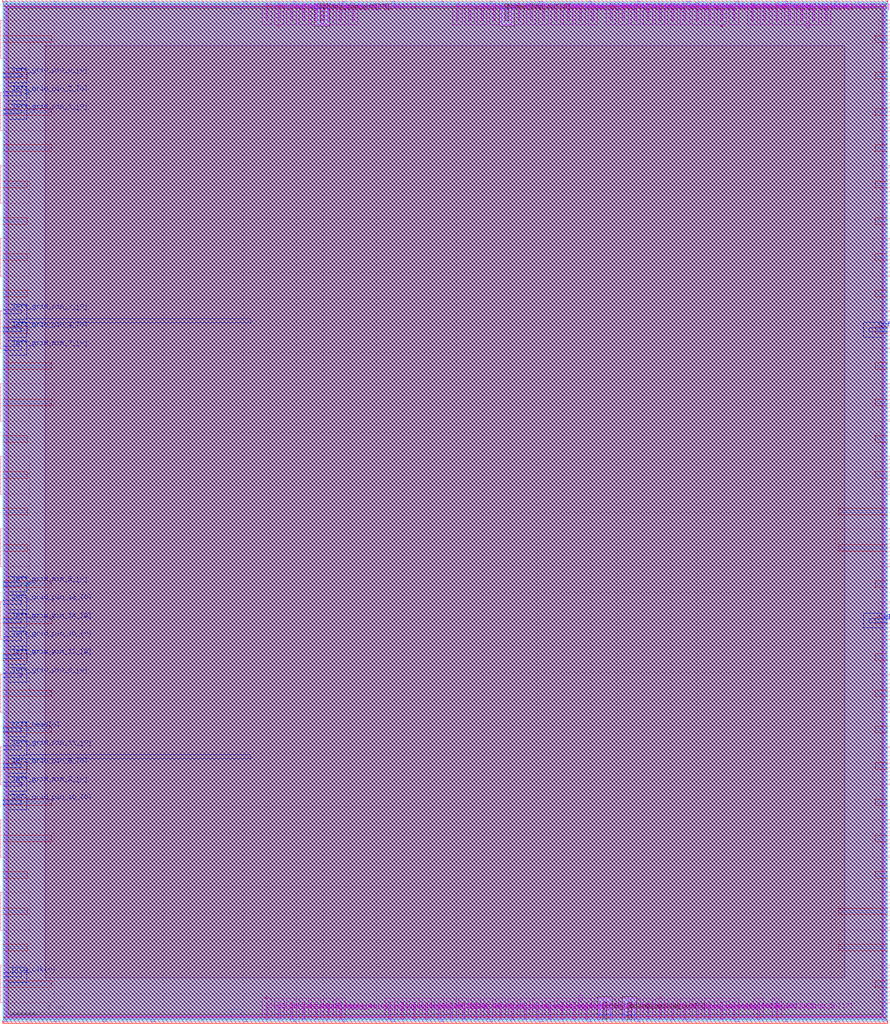
<source format=lef>
VERSION 5.7 ;
BUSBITCHARS "[]" ;

UNITS
  DATABASE MICRONS 1000 ;
END UNITS

MANUFACTURINGGRID 0.005 ;

LAYER nwell
  TYPE MASTERSLICE ;
END nwell

LAYER pwell
  TYPE MASTERSLICE ;
END pwell

LAYER fieldpoly
  TYPE MASTERSLICE ;
END fieldpoly

LAYER li1
  TYPE ROUTING ;
  DIRECTION VERTICAL ;
  PITCH 0.46 ;
  WIDTH 0.17 ;
END li1

LAYER mcon
  TYPE CUT ;
END mcon

LAYER met1
  TYPE ROUTING ;
  DIRECTION HORIZONTAL ;
  PITCH 0.34 ;
  WIDTH 0.14 ;
END met1

LAYER via
  TYPE CUT ;
END via

LAYER met2
  TYPE ROUTING ;
  DIRECTION VERTICAL ;
  PITCH 0.46 ;
  WIDTH 0.14 ;
END met2

LAYER via2
  TYPE CUT ;
END via2

LAYER met3
  TYPE ROUTING ;
  DIRECTION HORIZONTAL ;
  PITCH 0.68 ;
  WIDTH 0.3 ;
END met3

LAYER via3
  TYPE CUT ;
END via3

LAYER met4
  TYPE ROUTING ;
  DIRECTION VERTICAL ;
  PITCH 0.92 ;
  WIDTH 0.3 ;
END met4

LAYER via4
  TYPE CUT ;
END via4

LAYER met5
  TYPE ROUTING ;
  DIRECTION HORIZONTAL ;
  PITCH 3.4 ;
  WIDTH 1.6 ;
END met5

LAYER diff
  TYPE MASTERSLICE ;
END diff

LAYER licon1
  TYPE MASTERSLICE ;
END licon1

LAYER OVERLAP
  TYPE OVERLAP ;
END OVERLAP

VIA L1M1_PR
  LAYER li1 ;
    RECT -0.085 -0.085 0.085 0.085 ;
  LAYER mcon ;
    RECT -0.085 -0.085 0.085 0.085 ;
  LAYER met1 ;
    RECT -0.145 -0.115 0.145 0.115 ;
END L1M1_PR

VIA L1M1_PR_R
  LAYER li1 ;
    RECT -0.085 -0.085 0.085 0.085 ;
  LAYER mcon ;
    RECT -0.085 -0.085 0.085 0.085 ;
  LAYER met1 ;
    RECT -0.115 -0.145 0.115 0.145 ;
END L1M1_PR_R

VIA L1M1_PR_M
  LAYER li1 ;
    RECT -0.085 -0.085 0.085 0.085 ;
  LAYER mcon ;
    RECT -0.085 -0.085 0.085 0.085 ;
  LAYER met1 ;
    RECT -0.115 -0.145 0.115 0.145 ;
END L1M1_PR_M

VIA L1M1_PR_MR
  LAYER li1 ;
    RECT -0.085 -0.085 0.085 0.085 ;
  LAYER mcon ;
    RECT -0.085 -0.085 0.085 0.085 ;
  LAYER met1 ;
    RECT -0.145 -0.115 0.145 0.115 ;
END L1M1_PR_MR

VIA L1M1_PR_C
  LAYER li1 ;
    RECT -0.085 -0.085 0.085 0.085 ;
  LAYER mcon ;
    RECT -0.085 -0.085 0.085 0.085 ;
  LAYER met1 ;
    RECT -0.145 -0.145 0.145 0.145 ;
END L1M1_PR_C

VIA M1M2_PR
  LAYER met1 ;
    RECT -0.16 -0.13 0.16 0.13 ;
  LAYER via ;
    RECT -0.075 -0.075 0.075 0.075 ;
  LAYER met2 ;
    RECT -0.13 -0.16 0.13 0.16 ;
END M1M2_PR

VIA M1M2_PR_Enc
  LAYER met1 ;
    RECT -0.16 -0.13 0.16 0.13 ;
  LAYER via ;
    RECT -0.075 -0.075 0.075 0.075 ;
  LAYER met2 ;
    RECT -0.16 -0.13 0.16 0.13 ;
END M1M2_PR_Enc

VIA M1M2_PR_R
  LAYER met1 ;
    RECT -0.13 -0.16 0.13 0.16 ;
  LAYER via ;
    RECT -0.075 -0.075 0.075 0.075 ;
  LAYER met2 ;
    RECT -0.16 -0.13 0.16 0.13 ;
END M1M2_PR_R

VIA M1M2_PR_R_Enc
  LAYER met1 ;
    RECT -0.13 -0.16 0.13 0.16 ;
  LAYER via ;
    RECT -0.075 -0.075 0.075 0.075 ;
  LAYER met2 ;
    RECT -0.13 -0.16 0.13 0.16 ;
END M1M2_PR_R_Enc

VIA M1M2_PR_M
  LAYER met1 ;
    RECT -0.16 -0.13 0.16 0.13 ;
  LAYER via ;
    RECT -0.075 -0.075 0.075 0.075 ;
  LAYER met2 ;
    RECT -0.16 -0.13 0.16 0.13 ;
END M1M2_PR_M

VIA M1M2_PR_M_Enc
  LAYER met1 ;
    RECT -0.16 -0.13 0.16 0.13 ;
  LAYER via ;
    RECT -0.075 -0.075 0.075 0.075 ;
  LAYER met2 ;
    RECT -0.13 -0.16 0.13 0.16 ;
END M1M2_PR_M_Enc

VIA M1M2_PR_MR
  LAYER met1 ;
    RECT -0.13 -0.16 0.13 0.16 ;
  LAYER via ;
    RECT -0.075 -0.075 0.075 0.075 ;
  LAYER met2 ;
    RECT -0.13 -0.16 0.13 0.16 ;
END M1M2_PR_MR

VIA M1M2_PR_MR_Enc
  LAYER met1 ;
    RECT -0.13 -0.16 0.13 0.16 ;
  LAYER via ;
    RECT -0.075 -0.075 0.075 0.075 ;
  LAYER met2 ;
    RECT -0.16 -0.13 0.16 0.13 ;
END M1M2_PR_MR_Enc

VIA M1M2_PR_C
  LAYER met1 ;
    RECT -0.16 -0.16 0.16 0.16 ;
  LAYER via ;
    RECT -0.075 -0.075 0.075 0.075 ;
  LAYER met2 ;
    RECT -0.16 -0.16 0.16 0.16 ;
END M1M2_PR_C

VIA M2M3_PR
  LAYER met2 ;
    RECT -0.14 -0.185 0.14 0.185 ;
  LAYER via2 ;
    RECT -0.1 -0.1 0.1 0.1 ;
  LAYER met3 ;
    RECT -0.165 -0.165 0.165 0.165 ;
END M2M3_PR

VIA M2M3_PR_R
  LAYER met2 ;
    RECT -0.185 -0.14 0.185 0.14 ;
  LAYER via2 ;
    RECT -0.1 -0.1 0.1 0.1 ;
  LAYER met3 ;
    RECT -0.165 -0.165 0.165 0.165 ;
END M2M3_PR_R

VIA M2M3_PR_M
  LAYER met2 ;
    RECT -0.14 -0.185 0.14 0.185 ;
  LAYER via2 ;
    RECT -0.1 -0.1 0.1 0.1 ;
  LAYER met3 ;
    RECT -0.165 -0.165 0.165 0.165 ;
END M2M3_PR_M

VIA M2M3_PR_MR
  LAYER met2 ;
    RECT -0.185 -0.14 0.185 0.14 ;
  LAYER via2 ;
    RECT -0.1 -0.1 0.1 0.1 ;
  LAYER met3 ;
    RECT -0.165 -0.165 0.165 0.165 ;
END M2M3_PR_MR

VIA M2M3_PR_C
  LAYER met2 ;
    RECT -0.185 -0.185 0.185 0.185 ;
  LAYER via2 ;
    RECT -0.1 -0.1 0.1 0.1 ;
  LAYER met3 ;
    RECT -0.165 -0.165 0.165 0.165 ;
END M2M3_PR_C

VIA M3M4_PR
  LAYER met3 ;
    RECT -0.19 -0.16 0.19 0.16 ;
  LAYER via3 ;
    RECT -0.1 -0.1 0.1 0.1 ;
  LAYER met4 ;
    RECT -0.165 -0.165 0.165 0.165 ;
END M3M4_PR

VIA M3M4_PR_R
  LAYER met3 ;
    RECT -0.16 -0.19 0.16 0.19 ;
  LAYER via3 ;
    RECT -0.1 -0.1 0.1 0.1 ;
  LAYER met4 ;
    RECT -0.165 -0.165 0.165 0.165 ;
END M3M4_PR_R

VIA M3M4_PR_M
  LAYER met3 ;
    RECT -0.19 -0.16 0.19 0.16 ;
  LAYER via3 ;
    RECT -0.1 -0.1 0.1 0.1 ;
  LAYER met4 ;
    RECT -0.165 -0.165 0.165 0.165 ;
END M3M4_PR_M

VIA M3M4_PR_MR
  LAYER met3 ;
    RECT -0.16 -0.19 0.16 0.19 ;
  LAYER via3 ;
    RECT -0.1 -0.1 0.1 0.1 ;
  LAYER met4 ;
    RECT -0.165 -0.165 0.165 0.165 ;
END M3M4_PR_MR

VIA M3M4_PR_C
  LAYER met3 ;
    RECT -0.19 -0.19 0.19 0.19 ;
  LAYER via3 ;
    RECT -0.1 -0.1 0.1 0.1 ;
  LAYER met4 ;
    RECT -0.165 -0.165 0.165 0.165 ;
END M3M4_PR_C

VIA M4M5_PR
  LAYER met4 ;
    RECT -0.59 -0.59 0.59 0.59 ;
  LAYER via4 ;
    RECT -0.4 -0.4 0.4 0.4 ;
  LAYER met5 ;
    RECT -0.71 -0.71 0.71 0.71 ;
END M4M5_PR

VIA M4M5_PR_R
  LAYER met4 ;
    RECT -0.59 -0.59 0.59 0.59 ;
  LAYER via4 ;
    RECT -0.4 -0.4 0.4 0.4 ;
  LAYER met5 ;
    RECT -0.71 -0.71 0.71 0.71 ;
END M4M5_PR_R

VIA M4M5_PR_M
  LAYER met4 ;
    RECT -0.59 -0.59 0.59 0.59 ;
  LAYER via4 ;
    RECT -0.4 -0.4 0.4 0.4 ;
  LAYER met5 ;
    RECT -0.71 -0.71 0.71 0.71 ;
END M4M5_PR_M

VIA M4M5_PR_MR
  LAYER met4 ;
    RECT -0.59 -0.59 0.59 0.59 ;
  LAYER via4 ;
    RECT -0.4 -0.4 0.4 0.4 ;
  LAYER met5 ;
    RECT -0.71 -0.71 0.71 0.71 ;
END M4M5_PR_MR

VIA M4M5_PR_C
  LAYER met4 ;
    RECT -0.59 -0.59 0.59 0.59 ;
  LAYER via4 ;
    RECT -0.4 -0.4 0.4 0.4 ;
  LAYER met5 ;
    RECT -0.71 -0.71 0.71 0.71 ;
END M4M5_PR_C

SITE unit
  CLASS CORE ;
  SYMMETRY Y ;
  SIZE 0.46 BY 2.72 ;
END unit

SITE unithddbl
  CLASS CORE ;
  SIZE 0.46 BY 5.44 ;
END unithddbl

MACRO cby_1__1_
  CLASS BLOCK ;
  ORIGIN 0 0 ;
  SIZE 66.24 BY 76.16 ;
  SYMMETRY X Y ;
  PIN prog_clk[0]
    DIRECTION INPUT ;
    USE CLOCK ;
    PORT
      LAYER met3 ;
        RECT 0 3.25 1.38 3.55 ;
    END
  END prog_clk[0]
  PIN chany_bottom_in[0]
    DIRECTION INPUT ;
    USE SIGNAL ;
    PORT
      LAYER met2 ;
        RECT 21.55 0 21.69 1.36 ;
    END
  END chany_bottom_in[0]
  PIN chany_bottom_in[1]
    DIRECTION INPUT ;
    USE SIGNAL ;
    PORT
      LAYER met2 ;
        RECT 20.63 0 20.77 1.36 ;
    END
  END chany_bottom_in[1]
  PIN chany_bottom_in[2]
    DIRECTION INPUT ;
    USE SIGNAL ;
    PORT
      LAYER met2 ;
        RECT 23.39 0 23.53 1.36 ;
    END
  END chany_bottom_in[2]
  PIN chany_bottom_in[3]
    DIRECTION INPUT ;
    USE SIGNAL ;
    PORT
      LAYER met2 ;
        RECT 30.75 0 30.89 1.36 ;
    END
  END chany_bottom_in[3]
  PIN chany_bottom_in[4]
    DIRECTION INPUT ;
    USE SIGNAL ;
    PORT
      LAYER met2 ;
        RECT 44.55 0 44.69 1.36 ;
    END
  END chany_bottom_in[4]
  PIN chany_bottom_in[5]
    DIRECTION INPUT ;
    USE SIGNAL ;
    PORT
      LAYER met2 ;
        RECT 50.99 0 51.13 1.36 ;
    END
  END chany_bottom_in[5]
  PIN chany_bottom_in[6]
    DIRECTION INPUT ;
    USE SIGNAL ;
    PORT
      LAYER met2 ;
        RECT 52.83 0 52.97 1.36 ;
    END
  END chany_bottom_in[6]
  PIN chany_bottom_in[7]
    DIRECTION INPUT ;
    USE SIGNAL ;
    PORT
      LAYER met2 ;
        RECT 29.83 0 29.97 1.36 ;
    END
  END chany_bottom_in[7]
  PIN chany_bottom_in[8]
    DIRECTION INPUT ;
    USE SIGNAL ;
    PORT
      LAYER met2 ;
        RECT 22.47 0 22.61 1.36 ;
    END
  END chany_bottom_in[8]
  PIN chany_bottom_in[9]
    DIRECTION INPUT ;
    USE SIGNAL ;
    PORT
      LAYER met2 ;
        RECT 38.11 0 38.25 1.36 ;
    END
  END chany_bottom_in[9]
  PIN chany_bottom_in[10]
    DIRECTION INPUT ;
    USE SIGNAL ;
    PORT
      LAYER met2 ;
        RECT 34.43 0 34.57 1.36 ;
    END
  END chany_bottom_in[10]
  PIN chany_bottom_in[11]
    DIRECTION INPUT ;
    USE SIGNAL ;
    PORT
      LAYER met2 ;
        RECT 36.27 0 36.41 1.36 ;
    END
  END chany_bottom_in[11]
  PIN chany_bottom_in[12]
    DIRECTION INPUT ;
    USE SIGNAL ;
    PORT
      LAYER met2 ;
        RECT 40.87 0 41.01 1.36 ;
    END
  END chany_bottom_in[12]
  PIN chany_bottom_in[13]
    DIRECTION INPUT ;
    USE SIGNAL ;
    PORT
      LAYER met2 ;
        RECT 56.51 0 56.65 1.36 ;
    END
  END chany_bottom_in[13]
  PIN chany_bottom_in[14]
    DIRECTION INPUT ;
    USE SIGNAL ;
    PORT
      LAYER met2 ;
        RECT 37.19 0 37.33 1.36 ;
    END
  END chany_bottom_in[14]
  PIN chany_bottom_in[15]
    DIRECTION INPUT ;
    USE SIGNAL ;
    PORT
      LAYER met2 ;
        RECT 19.71 0 19.85 1.36 ;
    END
  END chany_bottom_in[15]
  PIN chany_bottom_in[16]
    DIRECTION INPUT ;
    USE SIGNAL ;
    PORT
      LAYER met2 ;
        RECT 48.23 0 48.37 1.36 ;
    END
  END chany_bottom_in[16]
  PIN chany_bottom_in[17]
    DIRECTION INPUT ;
    USE SIGNAL ;
    PORT
      LAYER met2 ;
        RECT 57.89 0 58.03 1.36 ;
    END
  END chany_bottom_in[17]
  PIN chany_bottom_in[18]
    DIRECTION INPUT ;
    USE SIGNAL ;
    PORT
      LAYER met2 ;
        RECT 35.35 0 35.49 1.36 ;
    END
  END chany_bottom_in[18]
  PIN chany_bottom_in[19]
    DIRECTION INPUT ;
    USE SIGNAL ;
    PORT
      LAYER met2 ;
        RECT 25.23 0 25.37 1.36 ;
    END
  END chany_bottom_in[19]
  PIN chany_top_in[0]
    DIRECTION INPUT ;
    USE SIGNAL ;
    PORT
      LAYER met2 ;
        RECT 21.55 74.8 21.69 76.16 ;
    END
  END chany_top_in[0]
  PIN chany_top_in[1]
    DIRECTION INPUT ;
    USE SIGNAL ;
    PORT
      LAYER met2 ;
        RECT 19.71 74.8 19.85 76.16 ;
    END
  END chany_top_in[1]
  PIN chany_top_in[2]
    DIRECTION INPUT ;
    USE SIGNAL ;
    PORT
      LAYER met2 ;
        RECT 24.31 74.8 24.45 76.16 ;
    END
  END chany_top_in[2]
  PIN chany_top_in[3]
    DIRECTION INPUT ;
    USE SIGNAL ;
    PORT
      LAYER met2 ;
        RECT 35.81 74.8 35.95 76.16 ;
    END
  END chany_top_in[3]
  PIN chany_top_in[4]
    DIRECTION INPUT ;
    USE SIGNAL ;
    PORT
      LAYER met2 ;
        RECT 49.15 74.8 49.29 76.16 ;
    END
  END chany_top_in[4]
  PIN chany_top_in[5]
    DIRECTION INPUT ;
    USE SIGNAL ;
    PORT
      LAYER met2 ;
        RECT 46.39 74.8 46.53 76.16 ;
    END
  END chany_top_in[5]
  PIN chany_top_in[6]
    DIRECTION INPUT ;
    USE SIGNAL ;
    PORT
      LAYER met2 ;
        RECT 48.23 74.8 48.37 76.16 ;
    END
  END chany_top_in[6]
  PIN chany_top_in[7]
    DIRECTION INPUT ;
    USE SIGNAL ;
    PORT
      LAYER met2 ;
        RECT 20.63 74.8 20.77 76.16 ;
    END
  END chany_top_in[7]
  PIN chany_top_in[8]
    DIRECTION INPUT ;
    USE SIGNAL ;
    PORT
      LAYER met2 ;
        RECT 56.05 74.8 56.19 76.16 ;
    END
  END chany_top_in[8]
  PIN chany_top_in[9]
    DIRECTION INPUT ;
    USE SIGNAL ;
    PORT
      LAYER met2 ;
        RECT 25.23 74.8 25.37 76.16 ;
    END
  END chany_top_in[9]
  PIN chany_top_in[10]
    DIRECTION INPUT ;
    USE SIGNAL ;
    PORT
      LAYER met2 ;
        RECT 59.73 74.8 59.87 76.16 ;
    END
  END chany_top_in[10]
  PIN chany_top_in[11]
    DIRECTION INPUT ;
    USE SIGNAL ;
    PORT
      LAYER met2 ;
        RECT 41.33 74.8 41.47 76.16 ;
    END
  END chany_top_in[11]
  PIN chany_top_in[12]
    DIRECTION INPUT ;
    USE SIGNAL ;
    PORT
      LAYER met2 ;
        RECT 56.97 74.8 57.11 76.16 ;
    END
  END chany_top_in[12]
  PIN chany_top_in[13]
    DIRECTION INPUT ;
    USE SIGNAL ;
    PORT
      LAYER met2 ;
        RECT 61.57 74.8 61.71 76.16 ;
    END
  END chany_top_in[13]
  PIN chany_top_in[14]
    DIRECTION INPUT ;
    USE SIGNAL ;
    PORT
      LAYER met2 ;
        RECT 50.07 74.8 50.21 76.16 ;
    END
  END chany_top_in[14]
  PIN chany_top_in[15]
    DIRECTION INPUT ;
    USE SIGNAL ;
    PORT
      LAYER met2 ;
        RECT 23.39 74.8 23.53 76.16 ;
    END
  END chany_top_in[15]
  PIN chany_top_in[16]
    DIRECTION INPUT ;
    USE SIGNAL ;
    PORT
      LAYER met2 ;
        RECT 58.81 74.8 58.95 76.16 ;
    END
  END chany_top_in[16]
  PIN chany_top_in[17]
    DIRECTION INPUT ;
    USE SIGNAL ;
    PORT
      LAYER met2 ;
        RECT 60.65 74.8 60.79 76.16 ;
    END
  END chany_top_in[17]
  PIN chany_top_in[18]
    DIRECTION INPUT ;
    USE SIGNAL ;
    PORT
      LAYER met2 ;
        RECT 38.57 74.8 38.71 76.16 ;
    END
  END chany_top_in[18]
  PIN chany_top_in[19]
    DIRECTION INPUT ;
    USE SIGNAL ;
    PORT
      LAYER met2 ;
        RECT 22.47 74.8 22.61 76.16 ;
    END
  END chany_top_in[19]
  PIN ccff_head[0]
    DIRECTION INPUT ;
    USE SIGNAL ;
    PORT
      LAYER met3 ;
        RECT 0 21.61 1.38 21.91 ;
    END
  END ccff_head[0]
  PIN chany_bottom_out[0]
    DIRECTION OUTPUT ;
    USE SIGNAL ;
    PORT
      LAYER met2 ;
        RECT 33.51 0 33.65 1.36 ;
    END
  END chany_bottom_out[0]
  PIN chany_bottom_out[1]
    DIRECTION OUTPUT ;
    USE SIGNAL ;
    PORT
      LAYER met2 ;
        RECT 24.31 0 24.45 1.36 ;
    END
  END chany_bottom_out[1]
  PIN chany_bottom_out[2]
    DIRECTION OUTPUT ;
    USE SIGNAL ;
    PORT
      LAYER met2 ;
        RECT 41.79 0 41.93 1.36 ;
    END
  END chany_bottom_out[2]
  PIN chany_bottom_out[3]
    DIRECTION OUTPUT ;
    USE SIGNAL ;
    PORT
      LAYER met2 ;
        RECT 28.91 0 29.05 1.36 ;
    END
  END chany_bottom_out[3]
  PIN chany_bottom_out[4]
    DIRECTION OUTPUT ;
    USE SIGNAL ;
    PORT
      LAYER met4 ;
        RECT 44.93 0 45.23 1.36 ;
    END
  END chany_bottom_out[4]
  PIN chany_bottom_out[5]
    DIRECTION OUTPUT ;
    USE SIGNAL ;
    PORT
      LAYER met4 ;
        RECT 46.77 0 47.07 1.36 ;
    END
  END chany_bottom_out[5]
  PIN chany_bottom_out[6]
    DIRECTION OUTPUT ;
    USE SIGNAL ;
    PORT
      LAYER met2 ;
        RECT 45.47 0 45.61 1.36 ;
    END
  END chany_bottom_out[6]
  PIN chany_bottom_out[7]
    DIRECTION OUTPUT ;
    USE SIGNAL ;
    PORT
      LAYER met2 ;
        RECT 53.75 0 53.89 1.36 ;
    END
  END chany_bottom_out[7]
  PIN chany_bottom_out[8]
    DIRECTION OUTPUT ;
    USE SIGNAL ;
    PORT
      LAYER met2 ;
        RECT 32.59 0 32.73 1.36 ;
    END
  END chany_bottom_out[8]
  PIN chany_bottom_out[9]
    DIRECTION OUTPUT ;
    USE SIGNAL ;
    PORT
      LAYER met2 ;
        RECT 31.67 0 31.81 1.36 ;
    END
  END chany_bottom_out[9]
  PIN chany_bottom_out[10]
    DIRECTION OUTPUT ;
    USE SIGNAL ;
    PORT
      LAYER met2 ;
        RECT 46.39 0 46.53 1.36 ;
    END
  END chany_bottom_out[10]
  PIN chany_bottom_out[11]
    DIRECTION OUTPUT ;
    USE SIGNAL ;
    PORT
      LAYER met2 ;
        RECT 49.15 0 49.29 1.36 ;
    END
  END chany_bottom_out[11]
  PIN chany_bottom_out[12]
    DIRECTION OUTPUT ;
    USE SIGNAL ;
    PORT
      LAYER met2 ;
        RECT 51.91 0 52.05 1.36 ;
    END
  END chany_bottom_out[12]
  PIN chany_bottom_out[13]
    DIRECTION OUTPUT ;
    USE SIGNAL ;
    PORT
      LAYER met2 ;
        RECT 42.71 0 42.85 1.36 ;
    END
  END chany_bottom_out[13]
  PIN chany_bottom_out[14]
    DIRECTION OUTPUT ;
    USE SIGNAL ;
    PORT
      LAYER met2 ;
        RECT 50.07 0 50.21 1.36 ;
    END
  END chany_bottom_out[14]
  PIN chany_bottom_out[15]
    DIRECTION OUTPUT ;
    USE SIGNAL ;
    PORT
      LAYER met2 ;
        RECT 54.67 0 54.81 1.36 ;
    END
  END chany_bottom_out[15]
  PIN chany_bottom_out[16]
    DIRECTION OUTPUT ;
    USE SIGNAL ;
    PORT
      LAYER met2 ;
        RECT 39.95 0 40.09 1.36 ;
    END
  END chany_bottom_out[16]
  PIN chany_bottom_out[17]
    DIRECTION OUTPUT ;
    USE SIGNAL ;
    PORT
      LAYER met2 ;
        RECT 47.31 0 47.45 1.36 ;
    END
  END chany_bottom_out[17]
  PIN chany_bottom_out[18]
    DIRECTION OUTPUT ;
    USE SIGNAL ;
    PORT
      LAYER met2 ;
        RECT 39.03 0 39.17 1.36 ;
    END
  END chany_bottom_out[18]
  PIN chany_bottom_out[19]
    DIRECTION OUTPUT ;
    USE SIGNAL ;
    PORT
      LAYER met2 ;
        RECT 43.63 0 43.77 1.36 ;
    END
  END chany_bottom_out[19]
  PIN chany_top_out[0]
    DIRECTION OUTPUT ;
    USE SIGNAL ;
    PORT
      LAYER met4 ;
        RECT 37.57 74.8 37.87 76.16 ;
    END
  END chany_top_out[0]
  PIN chany_top_out[1]
    DIRECTION OUTPUT ;
    USE SIGNAL ;
    PORT
      LAYER met2 ;
        RECT 26.15 74.8 26.29 76.16 ;
    END
  END chany_top_out[1]
  PIN chany_top_out[2]
    DIRECTION OUTPUT ;
    USE SIGNAL ;
    PORT
      LAYER met2 ;
        RECT 52.83 74.8 52.97 76.16 ;
    END
  END chany_top_out[2]
  PIN chany_top_out[3]
    DIRECTION OUTPUT ;
    USE SIGNAL ;
    PORT
      LAYER met2 ;
        RECT 57.89 74.8 58.03 76.16 ;
    END
  END chany_top_out[3]
  PIN chany_top_out[4]
    DIRECTION OUTPUT ;
    USE SIGNAL ;
    PORT
      LAYER met2 ;
        RECT 40.41 74.8 40.55 76.16 ;
    END
  END chany_top_out[4]
  PIN chany_top_out[5]
    DIRECTION OUTPUT ;
    USE SIGNAL ;
    PORT
      LAYER met2 ;
        RECT 47.31 74.8 47.45 76.16 ;
    END
  END chany_top_out[5]
  PIN chany_top_out[6]
    DIRECTION OUTPUT ;
    USE SIGNAL ;
    PORT
      LAYER met2 ;
        RECT 45.47 74.8 45.61 76.16 ;
    END
  END chany_top_out[6]
  PIN chany_top_out[7]
    DIRECTION OUTPUT ;
    USE SIGNAL ;
    PORT
      LAYER met2 ;
        RECT 34.89 74.8 35.03 76.16 ;
    END
  END chany_top_out[7]
  PIN chany_top_out[8]
    DIRECTION OUTPUT ;
    USE SIGNAL ;
    PORT
      LAYER met2 ;
        RECT 54.67 74.8 54.81 76.16 ;
    END
  END chany_top_out[8]
  PIN chany_top_out[9]
    DIRECTION OUTPUT ;
    USE SIGNAL ;
    PORT
      LAYER met2 ;
        RECT 33.97 74.8 34.11 76.16 ;
    END
  END chany_top_out[9]
  PIN chany_top_out[10]
    DIRECTION OUTPUT ;
    USE SIGNAL ;
    PORT
      LAYER met2 ;
        RECT 39.49 74.8 39.63 76.16 ;
    END
  END chany_top_out[10]
  PIN chany_top_out[11]
    DIRECTION OUTPUT ;
    USE SIGNAL ;
    PORT
      LAYER met2 ;
        RECT 51.91 74.8 52.05 76.16 ;
    END
  END chany_top_out[11]
  PIN chany_top_out[12]
    DIRECTION OUTPUT ;
    USE SIGNAL ;
    PORT
      LAYER met2 ;
        RECT 43.17 74.8 43.31 76.16 ;
    END
  END chany_top_out[12]
  PIN chany_top_out[13]
    DIRECTION OUTPUT ;
    USE SIGNAL ;
    PORT
      LAYER met2 ;
        RECT 36.73 74.8 36.87 76.16 ;
    END
  END chany_top_out[13]
  PIN chany_top_out[14]
    DIRECTION OUTPUT ;
    USE SIGNAL ;
    PORT
      LAYER met2 ;
        RECT 37.65 74.8 37.79 76.16 ;
    END
  END chany_top_out[14]
  PIN chany_top_out[15]
    DIRECTION OUTPUT ;
    USE SIGNAL ;
    PORT
      LAYER met4 ;
        RECT 23.77 74.8 24.07 76.16 ;
    END
  END chany_top_out[15]
  PIN chany_top_out[16]
    DIRECTION OUTPUT ;
    USE SIGNAL ;
    PORT
      LAYER met2 ;
        RECT 42.25 74.8 42.39 76.16 ;
    END
  END chany_top_out[16]
  PIN chany_top_out[17]
    DIRECTION OUTPUT ;
    USE SIGNAL ;
    PORT
      LAYER met2 ;
        RECT 53.75 74.8 53.89 76.16 ;
    END
  END chany_top_out[17]
  PIN chany_top_out[18]
    DIRECTION OUTPUT ;
    USE SIGNAL ;
    PORT
      LAYER met2 ;
        RECT 44.09 74.8 44.23 76.16 ;
    END
  END chany_top_out[18]
  PIN chany_top_out[19]
    DIRECTION OUTPUT ;
    USE SIGNAL ;
    PORT
      LAYER met2 ;
        RECT 50.99 74.8 51.13 76.16 ;
    END
  END chany_top_out[19]
  PIN right_grid_pin_52_[0]
    DIRECTION OUTPUT ;
    USE SIGNAL ;
    PORT
      LAYER met3 ;
        RECT 64.86 29.77 66.24 30.07 ;
    END
  END right_grid_pin_52_[0]
  PIN left_grid_pin_0_[0]
    DIRECTION OUTPUT ;
    USE SIGNAL ;
    PORT
      LAYER met3 ;
        RECT 0 70.57 1.38 70.87 ;
    END
  END left_grid_pin_0_[0]
  PIN left_grid_pin_1_[0]
    DIRECTION OUTPUT ;
    USE SIGNAL ;
    PORT
      LAYER met3 ;
        RECT 0 67.85 1.38 68.15 ;
    END
  END left_grid_pin_1_[0]
  PIN left_grid_pin_2_[0]
    DIRECTION OUTPUT ;
    USE SIGNAL ;
    PORT
      LAYER met3 ;
        RECT 0 69.21 1.38 69.51 ;
    END
  END left_grid_pin_2_[0]
  PIN left_grid_pin_3_[0]
    DIRECTION OUTPUT ;
    USE SIGNAL ;
    PORT
      LAYER met3 ;
        RECT 0 52.89 1.38 53.19 ;
    END
  END left_grid_pin_3_[0]
  PIN left_grid_pin_4_[0]
    DIRECTION OUTPUT ;
    USE SIGNAL ;
    PORT
      LAYER met3 ;
        RECT 0 51.53 1.38 51.83 ;
    END
  END left_grid_pin_4_[0]
  PIN left_grid_pin_5_[0]
    DIRECTION OUTPUT ;
    USE SIGNAL ;
    PORT
      LAYER met3 ;
        RECT 0 32.49 1.38 32.79 ;
    END
  END left_grid_pin_5_[0]
  PIN left_grid_pin_6_[0]
    DIRECTION OUTPUT ;
    USE SIGNAL ;
    PORT
      LAYER met3 ;
        RECT 0 25.69 1.38 25.99 ;
    END
  END left_grid_pin_6_[0]
  PIN left_grid_pin_7_[0]
    DIRECTION OUTPUT ;
    USE SIGNAL ;
    PORT
      LAYER met3 ;
        RECT 0 50.17 1.38 50.47 ;
    END
  END left_grid_pin_7_[0]
  PIN left_grid_pin_8_[0]
    DIRECTION OUTPUT ;
    USE SIGNAL ;
    PORT
      LAYER met3 ;
        RECT 0 17.53 1.38 17.83 ;
    END
  END left_grid_pin_8_[0]
  PIN left_grid_pin_9_[0]
    DIRECTION OUTPUT ;
    USE SIGNAL ;
    PORT
      LAYER met3 ;
        RECT 0 18.89 1.38 19.19 ;
    END
  END left_grid_pin_9_[0]
  PIN left_grid_pin_10_[0]
    DIRECTION OUTPUT ;
    USE SIGNAL ;
    PORT
      LAYER met3 ;
        RECT 0 16.17 1.38 16.47 ;
    END
  END left_grid_pin_10_[0]
  PIN left_grid_pin_11_[0]
    DIRECTION OUTPUT ;
    USE SIGNAL ;
    PORT
      LAYER met3 ;
        RECT 0 20.25 1.38 20.55 ;
    END
  END left_grid_pin_11_[0]
  PIN left_grid_pin_12_[0]
    DIRECTION OUTPUT ;
    USE SIGNAL ;
    PORT
      LAYER met3 ;
        RECT 0 31.13 1.38 31.43 ;
    END
  END left_grid_pin_12_[0]
  PIN left_grid_pin_13_[0]
    DIRECTION OUTPUT ;
    USE SIGNAL ;
    PORT
      LAYER met3 ;
        RECT 0 27.05 1.38 27.35 ;
    END
  END left_grid_pin_13_[0]
  PIN left_grid_pin_14_[0]
    DIRECTION OUTPUT ;
    USE SIGNAL ;
    PORT
      LAYER met3 ;
        RECT 0 29.77 1.38 30.07 ;
    END
  END left_grid_pin_14_[0]
  PIN left_grid_pin_15_[0]
    DIRECTION OUTPUT ;
    USE SIGNAL ;
    PORT
      LAYER met3 ;
        RECT 0 28.41 1.38 28.71 ;
    END
  END left_grid_pin_15_[0]
  PIN ccff_tail[0]
    DIRECTION OUTPUT ;
    USE SIGNAL ;
    PORT
      LAYER met3 ;
        RECT 64.86 51.53 66.24 51.83 ;
    END
  END ccff_tail[0]
  PIN VDD
    DIRECTION INPUT ;
    USE POWER ;
  END VDD
  PIN VSS
    DIRECTION INPUT ;
    USE GROUND ;
  END VSS
  OBS
    LAYER li1 ;
      RECT 0 76.075 66.24 76.245 ;
      RECT 65.32 73.355 66.24 73.525 ;
      RECT 0 73.355 3.68 73.525 ;
      RECT 65.32 70.635 66.24 70.805 ;
      RECT 0 70.635 1.84 70.805 ;
      RECT 65.32 67.915 66.24 68.085 ;
      RECT 0 67.915 3.68 68.085 ;
      RECT 65.32 65.195 66.24 65.365 ;
      RECT 0 65.195 3.68 65.365 ;
      RECT 65.32 62.475 66.24 62.645 ;
      RECT 0 62.475 1.84 62.645 ;
      RECT 65.32 59.755 66.24 59.925 ;
      RECT 0 59.755 1.84 59.925 ;
      RECT 65.32 57.035 66.24 57.205 ;
      RECT 0 57.035 1.84 57.205 ;
      RECT 65.32 54.315 66.24 54.485 ;
      RECT 0 54.315 1.84 54.485 ;
      RECT 65.32 51.595 66.24 51.765 ;
      RECT 0 51.595 1.84 51.765 ;
      RECT 65.32 48.875 66.24 49.045 ;
      RECT 0 48.875 3.68 49.045 ;
      RECT 65.32 46.155 66.24 46.325 ;
      RECT 0 46.155 3.68 46.325 ;
      RECT 65.32 43.435 66.24 43.605 ;
      RECT 0 43.435 1.84 43.605 ;
      RECT 65.32 40.715 66.24 40.885 ;
      RECT 0 40.715 1.84 40.885 ;
      RECT 62.56 37.995 66.24 38.165 ;
      RECT 0 37.995 1.84 38.165 ;
      RECT 62.56 35.275 66.24 35.445 ;
      RECT 0 35.275 1.84 35.445 ;
      RECT 65.32 32.555 66.24 32.725 ;
      RECT 0 32.555 3.68 32.725 ;
      RECT 65.32 29.835 66.24 30.005 ;
      RECT 0 29.835 3.68 30.005 ;
      RECT 65.32 27.115 66.24 27.285 ;
      RECT 0 27.115 1.84 27.285 ;
      RECT 65.32 24.395 66.24 24.565 ;
      RECT 0 24.395 3.68 24.565 ;
      RECT 65.32 21.675 66.24 21.845 ;
      RECT 0 21.675 3.68 21.845 ;
      RECT 65.32 18.955 66.24 19.125 ;
      RECT 0 18.955 1.84 19.125 ;
      RECT 65.32 16.235 66.24 16.405 ;
      RECT 0 16.235 3.68 16.405 ;
      RECT 65.32 13.515 66.24 13.685 ;
      RECT 0 13.515 3.68 13.685 ;
      RECT 65.32 10.795 66.24 10.965 ;
      RECT 0 10.795 1.84 10.965 ;
      RECT 62.56 8.075 66.24 8.245 ;
      RECT 0 8.075 1.84 8.245 ;
      RECT 62.56 5.355 66.24 5.525 ;
      RECT 0 5.355 1.84 5.525 ;
      RECT 65.32 2.635 66.24 2.805 ;
      RECT 0 2.635 3.68 2.805 ;
      RECT 0 -0.085 66.24 0.085 ;
    LAYER met3 ;
      POLYGON 18.55 52.51 18.55 52.21 1.23 52.21 1.23 52.49 1.78 52.49 1.78 52.51 ;
      POLYGON 18.55 19.87 18.55 19.57 1.23 19.57 1.23 19.85 1.78 19.85 1.78 19.87 ;
      POLYGON 65.84 75.76 65.84 52.23 64.46 52.23 64.46 51.13 65.84 51.13 65.84 30.47 64.46 30.47 64.46 29.37 65.84 29.37 65.84 0.4 0.4 0.4 0.4 2.85 1.78 2.85 1.78 3.95 0.4 3.95 0.4 15.77 1.78 15.77 1.78 16.87 0.4 16.87 0.4 17.13 1.78 17.13 1.78 18.23 0.4 18.23 0.4 18.49 1.78 18.49 1.78 19.59 0.4 19.59 0.4 19.85 1.78 19.85 1.78 20.95 0.4 20.95 0.4 21.21 1.78 21.21 1.78 22.31 0.4 22.31 0.4 25.29 1.78 25.29 1.78 26.39 0.4 26.39 0.4 26.65 1.78 26.65 1.78 27.75 0.4 27.75 0.4 28.01 1.78 28.01 1.78 29.11 0.4 29.11 0.4 29.37 1.78 29.37 1.78 30.47 0.4 30.47 0.4 30.73 1.78 30.73 1.78 31.83 0.4 31.83 0.4 32.09 1.78 32.09 1.78 33.19 0.4 33.19 0.4 49.77 1.78 49.77 1.78 50.87 0.4 50.87 0.4 51.13 1.78 51.13 1.78 52.23 0.4 52.23 0.4 52.49 1.78 52.49 1.78 53.59 0.4 53.59 0.4 67.45 1.78 67.45 1.78 68.55 0.4 68.55 0.4 68.81 1.78 68.81 1.78 69.91 0.4 69.91 0.4 70.17 1.78 70.17 1.78 71.27 0.4 71.27 0.4 75.76 ;
    LAYER met2 ;
      RECT 60.13 74.3 60.39 74.62 ;
      RECT 43.11 1.54 43.37 1.86 ;
      POLYGON 65.96 75.88 65.96 0.28 58.31 0.28 58.31 1.64 57.61 1.64 57.61 0.28 56.93 0.28 56.93 1.64 56.23 1.64 56.23 0.28 55.09 0.28 55.09 1.64 54.39 1.64 54.39 0.28 54.17 0.28 54.17 1.64 53.47 1.64 53.47 0.28 53.25 0.28 53.25 1.64 52.55 1.64 52.55 0.28 52.33 0.28 52.33 1.64 51.63 1.64 51.63 0.28 51.41 0.28 51.41 1.64 50.71 1.64 50.71 0.28 50.49 0.28 50.49 1.64 49.79 1.64 49.79 0.28 49.57 0.28 49.57 1.64 48.87 1.64 48.87 0.28 48.65 0.28 48.65 1.64 47.95 1.64 47.95 0.28 47.73 0.28 47.73 1.64 47.03 1.64 47.03 0.28 46.81 0.28 46.81 1.64 46.11 1.64 46.11 0.28 45.89 0.28 45.89 1.64 45.19 1.64 45.19 0.28 44.97 0.28 44.97 1.64 44.27 1.64 44.27 0.28 44.05 0.28 44.05 1.64 43.35 1.64 43.35 0.28 43.13 0.28 43.13 1.64 42.43 1.64 42.43 0.28 42.21 0.28 42.21 1.64 41.51 1.64 41.51 0.28 41.29 0.28 41.29 1.64 40.59 1.64 40.59 0.28 40.37 0.28 40.37 1.64 39.67 1.64 39.67 0.28 39.45 0.28 39.45 1.64 38.75 1.64 38.75 0.28 38.53 0.28 38.53 1.64 37.83 1.64 37.83 0.28 37.61 0.28 37.61 1.64 36.91 1.64 36.91 0.28 36.69 0.28 36.69 1.64 35.99 1.64 35.99 0.28 35.77 0.28 35.77 1.64 35.07 1.64 35.07 0.28 34.85 0.28 34.85 1.64 34.15 1.64 34.15 0.28 33.93 0.28 33.93 1.64 33.23 1.64 33.23 0.28 33.01 0.28 33.01 1.64 32.31 1.64 32.31 0.28 32.09 0.28 32.09 1.64 31.39 1.64 31.39 0.28 31.17 0.28 31.17 1.64 30.47 1.64 30.47 0.28 30.25 0.28 30.25 1.64 29.55 1.64 29.55 0.28 29.33 0.28 29.33 1.64 28.63 1.64 28.63 0.28 25.65 0.28 25.65 1.64 24.95 1.64 24.95 0.28 24.73 0.28 24.73 1.64 24.03 1.64 24.03 0.28 23.81 0.28 23.81 1.64 23.11 1.64 23.11 0.28 22.89 0.28 22.89 1.64 22.19 1.64 22.19 0.28 21.97 0.28 21.97 1.64 21.27 1.64 21.27 0.28 21.05 0.28 21.05 1.64 20.35 1.64 20.35 0.28 20.13 0.28 20.13 1.64 19.43 1.64 19.43 0.28 0.28 0.28 0.28 75.88 19.43 75.88 19.43 74.52 20.13 74.52 20.13 75.88 20.35 75.88 20.35 74.52 21.05 74.52 21.05 75.88 21.27 75.88 21.27 74.52 21.97 74.52 21.97 75.88 22.19 75.88 22.19 74.52 22.89 74.52 22.89 75.88 23.11 75.88 23.11 74.52 23.81 74.52 23.81 75.88 24.03 75.88 24.03 74.52 24.73 74.52 24.73 75.88 24.95 75.88 24.95 74.52 25.65 74.52 25.65 75.88 25.87 75.88 25.87 74.52 26.57 74.52 26.57 75.88 33.69 75.88 33.69 74.52 34.39 74.52 34.39 75.88 34.61 75.88 34.61 74.52 35.31 74.52 35.31 75.88 35.53 75.88 35.53 74.52 36.23 74.52 36.23 75.88 36.45 75.88 36.45 74.52 37.15 74.52 37.15 75.88 37.37 75.88 37.37 74.52 38.07 74.52 38.07 75.88 38.29 75.88 38.29 74.52 38.99 74.52 38.99 75.88 39.21 75.88 39.21 74.52 39.91 74.52 39.91 75.88 40.13 75.88 40.13 74.52 40.83 74.52 40.83 75.88 41.05 75.88 41.05 74.52 41.75 74.52 41.75 75.88 41.97 75.88 41.97 74.52 42.67 74.52 42.67 75.88 42.89 75.88 42.89 74.52 43.59 74.52 43.59 75.88 43.81 75.88 43.81 74.52 44.51 74.52 44.51 75.88 45.19 75.88 45.19 74.52 45.89 74.52 45.89 75.88 46.11 75.88 46.11 74.52 46.81 74.52 46.81 75.88 47.03 75.88 47.03 74.52 47.73 74.52 47.73 75.88 47.95 75.88 47.95 74.52 48.65 74.52 48.65 75.88 48.87 75.88 48.87 74.52 49.57 74.52 49.57 75.88 49.79 75.88 49.79 74.52 50.49 74.52 50.49 75.88 50.71 75.88 50.71 74.52 51.41 74.52 51.41 75.88 51.63 75.88 51.63 74.52 52.33 74.52 52.33 75.88 52.55 75.88 52.55 74.52 53.25 74.52 53.25 75.88 53.47 75.88 53.47 74.52 54.17 74.52 54.17 75.88 54.39 75.88 54.39 74.52 55.09 74.52 55.09 75.88 55.77 75.88 55.77 74.52 56.47 74.52 56.47 75.88 56.69 75.88 56.69 74.52 57.39 74.52 57.39 75.88 57.61 75.88 57.61 74.52 58.31 74.52 58.31 75.88 58.53 75.88 58.53 74.52 59.23 74.52 59.23 75.88 59.45 75.88 59.45 74.52 60.15 74.52 60.15 75.88 60.37 75.88 60.37 74.52 61.07 74.52 61.07 75.88 61.29 75.88 61.29 74.52 61.99 74.52 61.99 75.88 ;
    LAYER met4 ;
      POLYGON 65.84 75.76 65.84 0.4 47.47 0.4 47.47 1.76 46.37 1.76 46.37 0.4 45.63 0.4 45.63 1.76 44.53 1.76 44.53 0.4 0.4 0.4 0.4 75.76 23.37 75.76 23.37 74.4 24.47 74.4 24.47 75.76 37.17 75.76 37.17 74.4 38.27 74.4 38.27 75.76 ;
    LAYER li1 ;
      RECT 17.105 75.35 17.855 75.895 ;
      RECT 17.105 0.265 17.855 0.81 ;
      RECT 0.34 0.34 65.9 75.82 ;
    LAYER met1 ;
      RECT 0 75.92 66.24 76.4 ;
      RECT 65.32 73.2 66.24 73.68 ;
      RECT 0 73.2 3.68 73.68 ;
      RECT 65.32 70.48 66.24 70.96 ;
      RECT 0 70.48 1.84 70.96 ;
      RECT 65.32 67.76 66.24 68.24 ;
      RECT 0 67.76 3.68 68.24 ;
      RECT 65.32 65.04 66.24 65.52 ;
      RECT 0 65.04 3.68 65.52 ;
      RECT 65.32 62.32 66.24 62.8 ;
      RECT 0 62.32 1.84 62.8 ;
      RECT 65.32 59.6 66.24 60.08 ;
      RECT 0 59.6 1.84 60.08 ;
      RECT 65.32 56.88 66.24 57.36 ;
      RECT 0 56.88 1.84 57.36 ;
      RECT 65.32 54.16 66.24 54.64 ;
      RECT 0 54.16 1.84 54.64 ;
      RECT 65.32 51.44 66.24 51.92 ;
      RECT 0 51.44 1.84 51.92 ;
      RECT 65.32 48.72 66.24 49.2 ;
      RECT 0 48.72 3.68 49.2 ;
      RECT 65.32 46 66.24 46.48 ;
      RECT 0 46 3.68 46.48 ;
      RECT 65.32 43.28 66.24 43.76 ;
      RECT 0 43.28 1.84 43.76 ;
      RECT 65.32 40.56 66.24 41.04 ;
      RECT 0 40.56 1.84 41.04 ;
      RECT 62.56 37.84 66.24 38.32 ;
      RECT 0 37.84 1.84 38.32 ;
      RECT 62.56 35.12 66.24 35.6 ;
      RECT 0 35.12 1.84 35.6 ;
      RECT 65.32 32.4 66.24 32.88 ;
      RECT 0 32.4 3.68 32.88 ;
      RECT 65.32 29.68 66.24 30.16 ;
      RECT 0 29.68 3.68 30.16 ;
      RECT 65.32 26.96 66.24 27.44 ;
      RECT 0 26.96 1.84 27.44 ;
      RECT 65.32 24.24 66.24 24.72 ;
      RECT 0 24.24 3.68 24.72 ;
      RECT 65.32 21.52 66.24 22 ;
      RECT 0 21.52 3.68 22 ;
      RECT 65.32 18.8 66.24 19.28 ;
      RECT 0 18.8 1.84 19.28 ;
      RECT 65.32 16.08 66.24 16.56 ;
      RECT 0 16.08 3.68 16.56 ;
      RECT 65.32 13.36 66.24 13.84 ;
      RECT 0 13.36 3.68 13.84 ;
      RECT 65.32 10.64 66.24 11.12 ;
      RECT 0 10.64 1.84 11.12 ;
      RECT 62.56 7.92 66.24 8.4 ;
      RECT 0 7.92 1.84 8.4 ;
      RECT 62.56 5.2 66.24 5.68 ;
      RECT 0 5.2 1.84 5.68 ;
      RECT 65.32 2.48 66.24 2.96 ;
      RECT 0 2.48 3.68 2.96 ;
      RECT 0 -0.24 66.24 0.24 ;
      RECT 0.28 0.28 65.96 75.88 ;
    LAYER met5 ;
      RECT 3.2 3.2 63.04 72.96 ;
    LAYER mcon ;
      RECT 65.925 76.075 66.095 76.245 ;
      RECT 65.465 76.075 65.635 76.245 ;
      RECT 65.005 76.075 65.175 76.245 ;
      RECT 64.545 76.075 64.715 76.245 ;
      RECT 64.085 76.075 64.255 76.245 ;
      RECT 63.625 76.075 63.795 76.245 ;
      RECT 63.165 76.075 63.335 76.245 ;
      RECT 62.705 76.075 62.875 76.245 ;
      RECT 62.245 76.075 62.415 76.245 ;
      RECT 61.785 76.075 61.955 76.245 ;
      RECT 61.325 76.075 61.495 76.245 ;
      RECT 60.865 76.075 61.035 76.245 ;
      RECT 60.405 76.075 60.575 76.245 ;
      RECT 59.945 76.075 60.115 76.245 ;
      RECT 59.485 76.075 59.655 76.245 ;
      RECT 59.025 76.075 59.195 76.245 ;
      RECT 58.565 76.075 58.735 76.245 ;
      RECT 58.105 76.075 58.275 76.245 ;
      RECT 57.645 76.075 57.815 76.245 ;
      RECT 57.185 76.075 57.355 76.245 ;
      RECT 56.725 76.075 56.895 76.245 ;
      RECT 56.265 76.075 56.435 76.245 ;
      RECT 55.805 76.075 55.975 76.245 ;
      RECT 55.345 76.075 55.515 76.245 ;
      RECT 54.885 76.075 55.055 76.245 ;
      RECT 54.425 76.075 54.595 76.245 ;
      RECT 53.965 76.075 54.135 76.245 ;
      RECT 53.505 76.075 53.675 76.245 ;
      RECT 53.045 76.075 53.215 76.245 ;
      RECT 52.585 76.075 52.755 76.245 ;
      RECT 52.125 76.075 52.295 76.245 ;
      RECT 51.665 76.075 51.835 76.245 ;
      RECT 51.205 76.075 51.375 76.245 ;
      RECT 50.745 76.075 50.915 76.245 ;
      RECT 50.285 76.075 50.455 76.245 ;
      RECT 49.825 76.075 49.995 76.245 ;
      RECT 49.365 76.075 49.535 76.245 ;
      RECT 48.905 76.075 49.075 76.245 ;
      RECT 48.445 76.075 48.615 76.245 ;
      RECT 47.985 76.075 48.155 76.245 ;
      RECT 47.525 76.075 47.695 76.245 ;
      RECT 47.065 76.075 47.235 76.245 ;
      RECT 46.605 76.075 46.775 76.245 ;
      RECT 46.145 76.075 46.315 76.245 ;
      RECT 45.685 76.075 45.855 76.245 ;
      RECT 45.225 76.075 45.395 76.245 ;
      RECT 44.765 76.075 44.935 76.245 ;
      RECT 44.305 76.075 44.475 76.245 ;
      RECT 43.845 76.075 44.015 76.245 ;
      RECT 43.385 76.075 43.555 76.245 ;
      RECT 42.925 76.075 43.095 76.245 ;
      RECT 42.465 76.075 42.635 76.245 ;
      RECT 42.005 76.075 42.175 76.245 ;
      RECT 41.545 76.075 41.715 76.245 ;
      RECT 41.085 76.075 41.255 76.245 ;
      RECT 40.625 76.075 40.795 76.245 ;
      RECT 40.165 76.075 40.335 76.245 ;
      RECT 39.705 76.075 39.875 76.245 ;
      RECT 39.245 76.075 39.415 76.245 ;
      RECT 38.785 76.075 38.955 76.245 ;
      RECT 38.325 76.075 38.495 76.245 ;
      RECT 37.865 76.075 38.035 76.245 ;
      RECT 37.405 76.075 37.575 76.245 ;
      RECT 36.945 76.075 37.115 76.245 ;
      RECT 36.485 76.075 36.655 76.245 ;
      RECT 36.025 76.075 36.195 76.245 ;
      RECT 35.565 76.075 35.735 76.245 ;
      RECT 35.105 76.075 35.275 76.245 ;
      RECT 34.645 76.075 34.815 76.245 ;
      RECT 34.185 76.075 34.355 76.245 ;
      RECT 33.725 76.075 33.895 76.245 ;
      RECT 33.265 76.075 33.435 76.245 ;
      RECT 32.805 76.075 32.975 76.245 ;
      RECT 32.345 76.075 32.515 76.245 ;
      RECT 31.885 76.075 32.055 76.245 ;
      RECT 31.425 76.075 31.595 76.245 ;
      RECT 30.965 76.075 31.135 76.245 ;
      RECT 30.505 76.075 30.675 76.245 ;
      RECT 30.045 76.075 30.215 76.245 ;
      RECT 29.585 76.075 29.755 76.245 ;
      RECT 29.125 76.075 29.295 76.245 ;
      RECT 28.665 76.075 28.835 76.245 ;
      RECT 28.205 76.075 28.375 76.245 ;
      RECT 27.745 76.075 27.915 76.245 ;
      RECT 27.285 76.075 27.455 76.245 ;
      RECT 26.825 76.075 26.995 76.245 ;
      RECT 26.365 76.075 26.535 76.245 ;
      RECT 25.905 76.075 26.075 76.245 ;
      RECT 25.445 76.075 25.615 76.245 ;
      RECT 24.985 76.075 25.155 76.245 ;
      RECT 24.525 76.075 24.695 76.245 ;
      RECT 24.065 76.075 24.235 76.245 ;
      RECT 23.605 76.075 23.775 76.245 ;
      RECT 23.145 76.075 23.315 76.245 ;
      RECT 22.685 76.075 22.855 76.245 ;
      RECT 22.225 76.075 22.395 76.245 ;
      RECT 21.765 76.075 21.935 76.245 ;
      RECT 21.305 76.075 21.475 76.245 ;
      RECT 20.845 76.075 21.015 76.245 ;
      RECT 20.385 76.075 20.555 76.245 ;
      RECT 19.925 76.075 20.095 76.245 ;
      RECT 19.465 76.075 19.635 76.245 ;
      RECT 19.005 76.075 19.175 76.245 ;
      RECT 18.545 76.075 18.715 76.245 ;
      RECT 18.085 76.075 18.255 76.245 ;
      RECT 17.625 76.075 17.795 76.245 ;
      RECT 17.165 76.075 17.335 76.245 ;
      RECT 16.705 76.075 16.875 76.245 ;
      RECT 16.245 76.075 16.415 76.245 ;
      RECT 15.785 76.075 15.955 76.245 ;
      RECT 15.325 76.075 15.495 76.245 ;
      RECT 14.865 76.075 15.035 76.245 ;
      RECT 14.405 76.075 14.575 76.245 ;
      RECT 13.945 76.075 14.115 76.245 ;
      RECT 13.485 76.075 13.655 76.245 ;
      RECT 13.025 76.075 13.195 76.245 ;
      RECT 12.565 76.075 12.735 76.245 ;
      RECT 12.105 76.075 12.275 76.245 ;
      RECT 11.645 76.075 11.815 76.245 ;
      RECT 11.185 76.075 11.355 76.245 ;
      RECT 10.725 76.075 10.895 76.245 ;
      RECT 10.265 76.075 10.435 76.245 ;
      RECT 9.805 76.075 9.975 76.245 ;
      RECT 9.345 76.075 9.515 76.245 ;
      RECT 8.885 76.075 9.055 76.245 ;
      RECT 8.425 76.075 8.595 76.245 ;
      RECT 7.965 76.075 8.135 76.245 ;
      RECT 7.505 76.075 7.675 76.245 ;
      RECT 7.045 76.075 7.215 76.245 ;
      RECT 6.585 76.075 6.755 76.245 ;
      RECT 6.125 76.075 6.295 76.245 ;
      RECT 5.665 76.075 5.835 76.245 ;
      RECT 5.205 76.075 5.375 76.245 ;
      RECT 4.745 76.075 4.915 76.245 ;
      RECT 4.285 76.075 4.455 76.245 ;
      RECT 3.825 76.075 3.995 76.245 ;
      RECT 3.365 76.075 3.535 76.245 ;
      RECT 2.905 76.075 3.075 76.245 ;
      RECT 2.445 76.075 2.615 76.245 ;
      RECT 1.985 76.075 2.155 76.245 ;
      RECT 1.525 76.075 1.695 76.245 ;
      RECT 1.065 76.075 1.235 76.245 ;
      RECT 0.605 76.075 0.775 76.245 ;
      RECT 0.145 76.075 0.315 76.245 ;
      RECT 65.925 73.355 66.095 73.525 ;
      RECT 0.145 73.355 0.315 73.525 ;
      RECT 65.925 70.635 66.095 70.805 ;
      RECT 0.145 70.635 0.315 70.805 ;
      RECT 65.925 67.915 66.095 68.085 ;
      RECT 0.145 67.915 0.315 68.085 ;
      RECT 65.925 65.195 66.095 65.365 ;
      RECT 0.145 65.195 0.315 65.365 ;
      RECT 65.925 62.475 66.095 62.645 ;
      RECT 0.145 62.475 0.315 62.645 ;
      RECT 65.925 59.755 66.095 59.925 ;
      RECT 0.145 59.755 0.315 59.925 ;
      RECT 65.925 57.035 66.095 57.205 ;
      RECT 0.145 57.035 0.315 57.205 ;
      RECT 65.925 54.315 66.095 54.485 ;
      RECT 0.145 54.315 0.315 54.485 ;
      RECT 65.925 51.595 66.095 51.765 ;
      RECT 0.145 51.595 0.315 51.765 ;
      RECT 65.925 48.875 66.095 49.045 ;
      RECT 0.145 48.875 0.315 49.045 ;
      RECT 65.925 46.155 66.095 46.325 ;
      RECT 0.145 46.155 0.315 46.325 ;
      RECT 65.925 43.435 66.095 43.605 ;
      RECT 0.145 43.435 0.315 43.605 ;
      RECT 65.925 40.715 66.095 40.885 ;
      RECT 0.145 40.715 0.315 40.885 ;
      RECT 65.925 37.995 66.095 38.165 ;
      RECT 0.145 37.995 0.315 38.165 ;
      RECT 65.925 35.275 66.095 35.445 ;
      RECT 0.145 35.275 0.315 35.445 ;
      RECT 65.925 32.555 66.095 32.725 ;
      RECT 0.145 32.555 0.315 32.725 ;
      RECT 65.925 29.835 66.095 30.005 ;
      RECT 0.145 29.835 0.315 30.005 ;
      RECT 65.925 27.115 66.095 27.285 ;
      RECT 0.145 27.115 0.315 27.285 ;
      RECT 65.925 24.395 66.095 24.565 ;
      RECT 0.145 24.395 0.315 24.565 ;
      RECT 65.925 21.675 66.095 21.845 ;
      RECT 0.145 21.675 0.315 21.845 ;
      RECT 65.925 18.955 66.095 19.125 ;
      RECT 0.145 18.955 0.315 19.125 ;
      RECT 65.925 16.235 66.095 16.405 ;
      RECT 0.145 16.235 0.315 16.405 ;
      RECT 65.925 13.515 66.095 13.685 ;
      RECT 0.145 13.515 0.315 13.685 ;
      RECT 65.925 10.795 66.095 10.965 ;
      RECT 0.145 10.795 0.315 10.965 ;
      RECT 65.925 8.075 66.095 8.245 ;
      RECT 0.145 8.075 0.315 8.245 ;
      RECT 65.925 5.355 66.095 5.525 ;
      RECT 0.145 5.355 0.315 5.525 ;
      RECT 65.925 2.635 66.095 2.805 ;
      RECT 0.145 2.635 0.315 2.805 ;
      RECT 65.925 -0.085 66.095 0.085 ;
      RECT 65.465 -0.085 65.635 0.085 ;
      RECT 65.005 -0.085 65.175 0.085 ;
      RECT 64.545 -0.085 64.715 0.085 ;
      RECT 64.085 -0.085 64.255 0.085 ;
      RECT 63.625 -0.085 63.795 0.085 ;
      RECT 63.165 -0.085 63.335 0.085 ;
      RECT 62.705 -0.085 62.875 0.085 ;
      RECT 62.245 -0.085 62.415 0.085 ;
      RECT 61.785 -0.085 61.955 0.085 ;
      RECT 61.325 -0.085 61.495 0.085 ;
      RECT 60.865 -0.085 61.035 0.085 ;
      RECT 60.405 -0.085 60.575 0.085 ;
      RECT 59.945 -0.085 60.115 0.085 ;
      RECT 59.485 -0.085 59.655 0.085 ;
      RECT 59.025 -0.085 59.195 0.085 ;
      RECT 58.565 -0.085 58.735 0.085 ;
      RECT 58.105 -0.085 58.275 0.085 ;
      RECT 57.645 -0.085 57.815 0.085 ;
      RECT 57.185 -0.085 57.355 0.085 ;
      RECT 56.725 -0.085 56.895 0.085 ;
      RECT 56.265 -0.085 56.435 0.085 ;
      RECT 55.805 -0.085 55.975 0.085 ;
      RECT 55.345 -0.085 55.515 0.085 ;
      RECT 54.885 -0.085 55.055 0.085 ;
      RECT 54.425 -0.085 54.595 0.085 ;
      RECT 53.965 -0.085 54.135 0.085 ;
      RECT 53.505 -0.085 53.675 0.085 ;
      RECT 53.045 -0.085 53.215 0.085 ;
      RECT 52.585 -0.085 52.755 0.085 ;
      RECT 52.125 -0.085 52.295 0.085 ;
      RECT 51.665 -0.085 51.835 0.085 ;
      RECT 51.205 -0.085 51.375 0.085 ;
      RECT 50.745 -0.085 50.915 0.085 ;
      RECT 50.285 -0.085 50.455 0.085 ;
      RECT 49.825 -0.085 49.995 0.085 ;
      RECT 49.365 -0.085 49.535 0.085 ;
      RECT 48.905 -0.085 49.075 0.085 ;
      RECT 48.445 -0.085 48.615 0.085 ;
      RECT 47.985 -0.085 48.155 0.085 ;
      RECT 47.525 -0.085 47.695 0.085 ;
      RECT 47.065 -0.085 47.235 0.085 ;
      RECT 46.605 -0.085 46.775 0.085 ;
      RECT 46.145 -0.085 46.315 0.085 ;
      RECT 45.685 -0.085 45.855 0.085 ;
      RECT 45.225 -0.085 45.395 0.085 ;
      RECT 44.765 -0.085 44.935 0.085 ;
      RECT 44.305 -0.085 44.475 0.085 ;
      RECT 43.845 -0.085 44.015 0.085 ;
      RECT 43.385 -0.085 43.555 0.085 ;
      RECT 42.925 -0.085 43.095 0.085 ;
      RECT 42.465 -0.085 42.635 0.085 ;
      RECT 42.005 -0.085 42.175 0.085 ;
      RECT 41.545 -0.085 41.715 0.085 ;
      RECT 41.085 -0.085 41.255 0.085 ;
      RECT 40.625 -0.085 40.795 0.085 ;
      RECT 40.165 -0.085 40.335 0.085 ;
      RECT 39.705 -0.085 39.875 0.085 ;
      RECT 39.245 -0.085 39.415 0.085 ;
      RECT 38.785 -0.085 38.955 0.085 ;
      RECT 38.325 -0.085 38.495 0.085 ;
      RECT 37.865 -0.085 38.035 0.085 ;
      RECT 37.405 -0.085 37.575 0.085 ;
      RECT 36.945 -0.085 37.115 0.085 ;
      RECT 36.485 -0.085 36.655 0.085 ;
      RECT 36.025 -0.085 36.195 0.085 ;
      RECT 35.565 -0.085 35.735 0.085 ;
      RECT 35.105 -0.085 35.275 0.085 ;
      RECT 34.645 -0.085 34.815 0.085 ;
      RECT 34.185 -0.085 34.355 0.085 ;
      RECT 33.725 -0.085 33.895 0.085 ;
      RECT 33.265 -0.085 33.435 0.085 ;
      RECT 32.805 -0.085 32.975 0.085 ;
      RECT 32.345 -0.085 32.515 0.085 ;
      RECT 31.885 -0.085 32.055 0.085 ;
      RECT 31.425 -0.085 31.595 0.085 ;
      RECT 30.965 -0.085 31.135 0.085 ;
      RECT 30.505 -0.085 30.675 0.085 ;
      RECT 30.045 -0.085 30.215 0.085 ;
      RECT 29.585 -0.085 29.755 0.085 ;
      RECT 29.125 -0.085 29.295 0.085 ;
      RECT 28.665 -0.085 28.835 0.085 ;
      RECT 28.205 -0.085 28.375 0.085 ;
      RECT 27.745 -0.085 27.915 0.085 ;
      RECT 27.285 -0.085 27.455 0.085 ;
      RECT 26.825 -0.085 26.995 0.085 ;
      RECT 26.365 -0.085 26.535 0.085 ;
      RECT 25.905 -0.085 26.075 0.085 ;
      RECT 25.445 -0.085 25.615 0.085 ;
      RECT 24.985 -0.085 25.155 0.085 ;
      RECT 24.525 -0.085 24.695 0.085 ;
      RECT 24.065 -0.085 24.235 0.085 ;
      RECT 23.605 -0.085 23.775 0.085 ;
      RECT 23.145 -0.085 23.315 0.085 ;
      RECT 22.685 -0.085 22.855 0.085 ;
      RECT 22.225 -0.085 22.395 0.085 ;
      RECT 21.765 -0.085 21.935 0.085 ;
      RECT 21.305 -0.085 21.475 0.085 ;
      RECT 20.845 -0.085 21.015 0.085 ;
      RECT 20.385 -0.085 20.555 0.085 ;
      RECT 19.925 -0.085 20.095 0.085 ;
      RECT 19.465 -0.085 19.635 0.085 ;
      RECT 19.005 -0.085 19.175 0.085 ;
      RECT 18.545 -0.085 18.715 0.085 ;
      RECT 18.085 -0.085 18.255 0.085 ;
      RECT 17.625 -0.085 17.795 0.085 ;
      RECT 17.165 -0.085 17.335 0.085 ;
      RECT 16.705 -0.085 16.875 0.085 ;
      RECT 16.245 -0.085 16.415 0.085 ;
      RECT 15.785 -0.085 15.955 0.085 ;
      RECT 15.325 -0.085 15.495 0.085 ;
      RECT 14.865 -0.085 15.035 0.085 ;
      RECT 14.405 -0.085 14.575 0.085 ;
      RECT 13.945 -0.085 14.115 0.085 ;
      RECT 13.485 -0.085 13.655 0.085 ;
      RECT 13.025 -0.085 13.195 0.085 ;
      RECT 12.565 -0.085 12.735 0.085 ;
      RECT 12.105 -0.085 12.275 0.085 ;
      RECT 11.645 -0.085 11.815 0.085 ;
      RECT 11.185 -0.085 11.355 0.085 ;
      RECT 10.725 -0.085 10.895 0.085 ;
      RECT 10.265 -0.085 10.435 0.085 ;
      RECT 9.805 -0.085 9.975 0.085 ;
      RECT 9.345 -0.085 9.515 0.085 ;
      RECT 8.885 -0.085 9.055 0.085 ;
      RECT 8.425 -0.085 8.595 0.085 ;
      RECT 7.965 -0.085 8.135 0.085 ;
      RECT 7.505 -0.085 7.675 0.085 ;
      RECT 7.045 -0.085 7.215 0.085 ;
      RECT 6.585 -0.085 6.755 0.085 ;
      RECT 6.125 -0.085 6.295 0.085 ;
      RECT 5.665 -0.085 5.835 0.085 ;
      RECT 5.205 -0.085 5.375 0.085 ;
      RECT 4.745 -0.085 4.915 0.085 ;
      RECT 4.285 -0.085 4.455 0.085 ;
      RECT 3.825 -0.085 3.995 0.085 ;
      RECT 3.365 -0.085 3.535 0.085 ;
      RECT 2.905 -0.085 3.075 0.085 ;
      RECT 2.445 -0.085 2.615 0.085 ;
      RECT 1.985 -0.085 2.155 0.085 ;
      RECT 1.525 -0.085 1.695 0.085 ;
      RECT 1.065 -0.085 1.235 0.085 ;
      RECT 0.605 -0.085 0.775 0.085 ;
      RECT 0.145 -0.085 0.315 0.085 ;
    LAYER via ;
      RECT 53.745 74.385 53.895 74.535 ;
      RECT 20.625 74.385 20.775 74.535 ;
      RECT 49.145 1.625 49.295 1.775 ;
      RECT 19.705 1.625 19.855 1.775 ;
    LAYER via2 ;
      RECT 1.28 70.62 1.48 70.82 ;
      RECT 1.28 25.74 1.48 25.94 ;
      RECT 1.28 17.58 1.48 17.78 ;
    LAYER via3 ;
      RECT 1.74 69.26 1.94 69.46 ;
      RECT 1.74 32.54 1.94 32.74 ;
    LAYER fieldpoly ;
      RECT 0.14 0.14 66.1 76.02 ;
    LAYER diff ;
      RECT 0 0 66.24 76.16 ;
    LAYER nwell ;
      POLYGON 66.43 74.855 66.43 72.025 65.13 72.025 65.13 73.63 65.59 73.63 65.59 74.855 ;
      POLYGON 3.87 74.855 3.87 73.25 2.03 73.25 2.03 72.025 -0.19 72.025 -0.19 74.855 ;
      RECT 65.13 66.585 66.43 69.415 ;
      POLYGON 2.03 69.415 2.03 68.19 3.87 68.19 3.87 66.585 -0.19 66.585 -0.19 69.415 ;
      RECT 65.13 61.145 66.43 63.975 ;
      RECT -0.19 61.145 2.03 63.975 ;
      RECT 65.13 55.705 66.43 58.535 ;
      RECT -0.19 55.705 2.03 58.535 ;
      RECT 65.13 50.265 66.43 53.095 ;
      RECT -0.19 50.265 2.03 53.095 ;
      RECT 65.13 44.825 66.43 47.655 ;
      POLYGON 3.87 47.655 3.87 46.05 2.03 46.05 2.03 44.825 -0.19 44.825 -0.19 47.655 ;
      RECT 65.13 39.385 66.43 42.215 ;
      RECT -0.19 39.385 2.03 42.215 ;
      POLYGON 66.43 36.775 66.43 33.945 65.13 33.945 65.13 35.17 62.37 35.17 62.37 36.775 ;
      RECT -0.19 33.945 2.03 36.775 ;
      POLYGON 66.43 31.335 66.43 28.505 65.13 28.505 65.13 30.11 65.59 30.11 65.59 31.335 ;
      POLYGON 3.87 31.335 3.87 29.73 2.03 29.73 2.03 28.505 -0.19 28.505 -0.19 31.335 ;
      RECT 65.13 23.065 66.43 25.895 ;
      POLYGON 2.03 25.895 2.03 24.67 3.87 24.67 3.87 23.065 -0.19 23.065 -0.19 25.895 ;
      POLYGON 66.43 20.455 66.43 17.625 65.13 17.625 65.13 19.23 65.59 19.23 65.59 20.455 ;
      RECT -0.19 17.625 2.03 20.455 ;
      RECT 65.13 12.185 66.43 15.015 ;
      POLYGON 3.87 15.015 3.87 13.41 2.03 13.41 2.03 12.185 -0.19 12.185 -0.19 15.015 ;
      POLYGON 66.43 9.575 66.43 6.745 62.37 6.745 62.37 8.35 65.13 8.35 65.13 9.575 ;
      RECT -0.19 6.745 2.03 9.575 ;
      POLYGON 66.43 4.135 66.43 1.305 65.59 1.305 65.59 2.53 65.13 2.53 65.13 4.135 ;
      POLYGON 2.03 4.135 2.03 2.91 3.87 2.91 3.87 1.305 -0.19 1.305 -0.19 4.135 ;
      RECT 0 0 66.24 76.16 ;
    LAYER pwell ;
      RECT 62.23 76.11 62.45 76.28 ;
      RECT 58.55 76.11 58.77 76.28 ;
      RECT 54.87 76.11 55.09 76.28 ;
      RECT 51.19 76.11 51.41 76.28 ;
      RECT 47.51 76.11 47.73 76.28 ;
      RECT 43.83 76.11 44.05 76.28 ;
      RECT 40.15 76.11 40.37 76.28 ;
      RECT 36.47 76.11 36.69 76.28 ;
      RECT 32.79 76.11 33.01 76.28 ;
      RECT 29.11 76.11 29.33 76.28 ;
      RECT 25.43 76.11 25.65 76.28 ;
      RECT 21.75 76.11 21.97 76.28 ;
      RECT 18.07 76.11 18.29 76.28 ;
      RECT 11.17 76.11 11.39 76.28 ;
      RECT 7.49 76.11 7.71 76.28 ;
      RECT 3.81 76.11 4.03 76.28 ;
      RECT 0.13 76.11 0.35 76.28 ;
      RECT 14.895 76.1 15.005 76.22 ;
      RECT 65.92 76.105 66.04 76.215 ;
      RECT 16.7 76.105 16.82 76.215 ;
      RECT 14.895 -0.06 15.005 0.06 ;
      RECT 65.92 -0.055 66.04 0.055 ;
      RECT 16.7 -0.055 16.82 0.055 ;
      RECT 62.23 -0.12 62.45 0.05 ;
      RECT 58.55 -0.12 58.77 0.05 ;
      RECT 54.87 -0.12 55.09 0.05 ;
      RECT 51.19 -0.12 51.41 0.05 ;
      RECT 47.51 -0.12 47.73 0.05 ;
      RECT 43.83 -0.12 44.05 0.05 ;
      RECT 40.15 -0.12 40.37 0.05 ;
      RECT 36.47 -0.12 36.69 0.05 ;
      RECT 32.79 -0.12 33.01 0.05 ;
      RECT 29.11 -0.12 29.33 0.05 ;
      RECT 25.43 -0.12 25.65 0.05 ;
      RECT 21.75 -0.12 21.97 0.05 ;
      RECT 18.07 -0.12 18.29 0.05 ;
      RECT 11.17 -0.12 11.39 0.05 ;
      RECT 7.49 -0.12 7.71 0.05 ;
      RECT 3.81 -0.12 4.03 0.05 ;
      RECT 0.13 -0.12 0.35 0.05 ;
      RECT 0 0 66.24 76.16 ;
    LAYER OVERLAP ;
      POLYGON 0 0 0 76.16 66.24 76.16 66.24 0 ;
  END
END cby_1__1_

END LIBRARY

</source>
